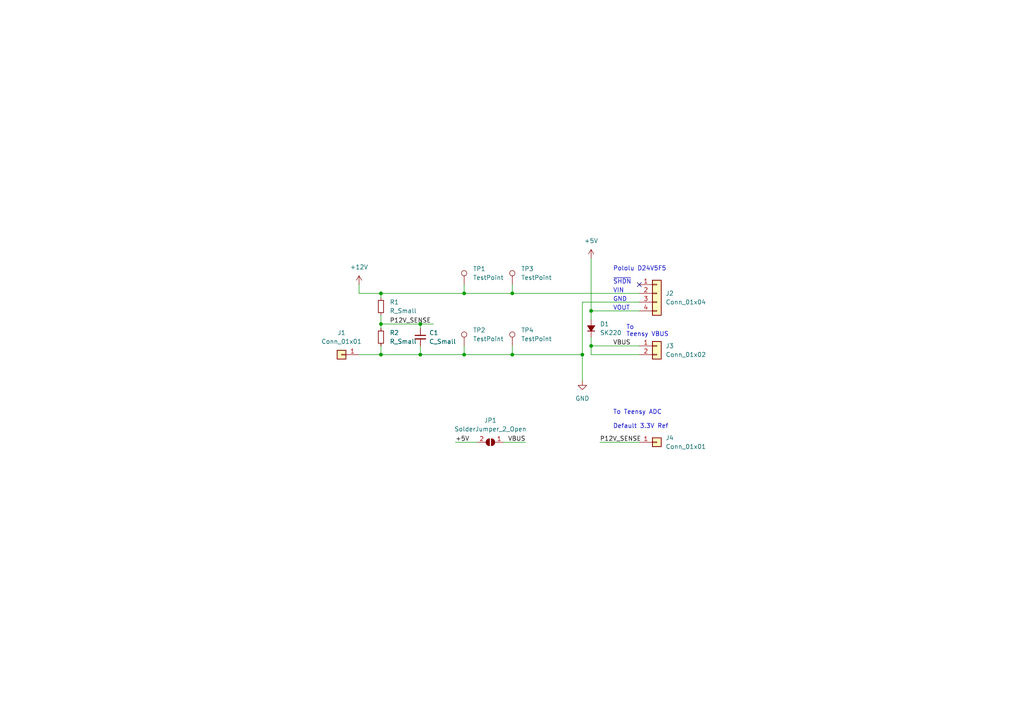
<source format=kicad_sch>
(kicad_sch (version 20211123) (generator eeschema)
  (paper "A4")
  (lib_symbols
    (symbol "Connector:TestPoint" (pin_numbers hide) (pin_names (offset 0.762) hide)
      (property "Reference" "TP" (at 0 6.858 0))
      (property "Value" "TestPoint" (at 0 5.08 0))
      (symbol "TestPoint_0_1"
        (circle (center 0 3.302) (radius 0.762))
      )
      (symbol "TestPoint_1_1"
        (pin passive line (at 0 0 90) (length 2.54) (name "1") (number "1"))
      )
    )
    (symbol "Connector_Generic:Conn_01x01" (pin_names (offset 1.016) hide)
      (property "Reference" "J" (at 0 2.54 0))
      (property "Value" "Conn_01x01" (at 0 -2.54 0))
      (symbol "Conn_01x01_1_1"
        (rectangle (start -1.27 0.127) (end 0 -0.127) (stroke (width 0.1524)))
        (rectangle (start -1.27 1.27) (end 1.27 -1.27) (stroke (width 0.254)) (fill (type background)))
        (pin passive line (at -5.08 0 0) (length 3.81) (name "Pin_1") (number "1"))
      )
    )
    (symbol "Connector_Generic:Conn_01x02" (pin_names (offset 1.016) hide)
      (property "Reference" "J" (at 0 2.54 0))
      (property "Value" "Conn_01x02" (at 0 -5.08 0))
      (symbol "Conn_01x02_1_1"
        (rectangle (start -1.27 -2.413) (end 0 -2.667) (stroke (width 0.1524)))
        (rectangle (start -1.27 0.127) (end 0 -0.127) (stroke (width 0.1524)))
        (rectangle (start -1.27 1.27) (end 1.27 -3.81) (stroke (width 0.254)) (fill (type background)))
        (pin passive line (at -5.08 0 0) (length 3.81) (name "Pin_1") (number "1"))
        (pin passive line (at -5.08 -2.54 0) (length 3.81) (name "Pin_2") (number "2"))
      )
    )
    (symbol "Connector_Generic:Conn_01x04" (pin_names (offset 1.016) hide)
      (property "Reference" "J" (at 0 5.08 0))
      (property "Value" "Conn_01x04" (at 0 -7.62 0))
      (symbol "Conn_01x04_1_1"
        (rectangle (start -1.27 -4.953) (end 0 -5.207) (stroke (width 0.1524)))
        (rectangle (start -1.27 -2.413) (end 0 -2.667) (stroke (width 0.1524)))
        (rectangle (start -1.27 0.127) (end 0 -0.127) (stroke (width 0.1524)))
        (rectangle (start -1.27 2.667) (end 0 2.413) (stroke (width 0.1524)))
        (rectangle (start -1.27 3.81) (end 1.27 -6.35) (stroke (width 0.254)) (fill (type background)))
        (pin passive line (at -5.08 2.54 0) (length 3.81) (name "Pin_1") (number "1"))
        (pin passive line (at -5.08 0 0) (length 3.81) (name "Pin_2") (number "2"))
        (pin passive line (at -5.08 -2.54 0) (length 3.81) (name "Pin_3") (number "3"))
        (pin passive line (at -5.08 -5.08 0) (length 3.81) (name "Pin_4") (number "4"))
      )
    )
    (symbol "Device:C_Small" (pin_numbers hide) (pin_names (offset 0.254) hide)
      (property "Reference" "C" (at 0.254 1.778 0))
      (property "Value" "C_Small" (at 0.254 -2.032 0))
      (symbol "C_Small_0_1"
        (polyline (pts (xy -1.524 -0.508) (xy 1.524 -0.508)) (stroke (width 0.3302)))
        (polyline (pts (xy -1.524 0.508) (xy 1.524 0.508)) (stroke (width 0.3048)))
      )
      (symbol "C_Small_1_1"
        (pin passive line (at 0 2.54 270) (length 2.032) (name "~") (number "1"))
        (pin passive line (at 0 -2.54 90) (length 2.032) (name "~") (number "2"))
      )
    )
    (symbol "Device:D_Small_Filled" (pin_numbers hide) (pin_names (offset 0.254) hide)
      (property "Reference" "D" (at -1.27 2.032 0))
      (property "Value" "D_Small_Filled" (at -3.81 -2.032 0))
      (symbol "D_Small_Filled_0_1"
        (polyline (pts (xy -0.762 -1.016) (xy -0.762 1.016)) (stroke (width 0.254)))
        (polyline (pts (xy -0.762 0) (xy 0.762 0)))
        (polyline (pts (xy 0.762 -1.016) (xy -0.762 0) (xy 0.762 1.016) (xy 0.762 -1.016)) (stroke (width 0.254)) (fill (type outline)))
      )
      (symbol "D_Small_Filled_1_1"
        (pin passive line (at -2.54 0 0) (length 1.778) (name "K") (number "1"))
        (pin passive line (at 2.54 0 180) (length 1.778) (name "A") (number "2"))
      )
    )
    (symbol "Device:R_Small" (pin_numbers hide) (pin_names (offset 0.254) hide)
      (property "Reference" "R" (at 0.762 0.508 0))
      (property "Value" "R_Small" (at 0.762 -1.016 0))
      (symbol "R_Small_0_1"
        (rectangle (start -0.762 1.778) (end 0.762 -1.778) (stroke (width 0.2032)))
      )
      (symbol "R_Small_1_1"
        (pin passive line (at 0 2.54 270) (length 0.762) (name "~") (number "1"))
        (pin passive line (at 0 -2.54 90) (length 0.762) (name "~") (number "2"))
      )
    )
    (symbol "Jumper:SolderJumper_2_Open" (pin_names (offset 0) hide)
      (property "Reference" "JP" (at 0 2.032 0))
      (property "Value" "SolderJumper_2_Open" (at 0 -2.54 0))
      (symbol "SolderJumper_2_Open_0_1"
        (arc (start -0.254 1.016) (mid -1.27 0) (end -0.254 -1.016))
        (arc (start -0.254 1.016) (mid -1.27 0) (end -0.254 -1.016) (fill (type outline)))
        (polyline (pts (xy -0.254 1.016) (xy -0.254 -1.016)))
        (polyline (pts (xy 0.254 1.016) (xy 0.254 -1.016)))
        (arc (start 0.254 -1.016) (mid 1.27 0) (end 0.254 1.016))
        (arc (start 0.254 -1.016) (mid 1.27 0) (end 0.254 1.016) (fill (type outline)))
      )
      (symbol "SolderJumper_2_Open_1_1"
        (pin passive line (at -3.81 0 0) (length 2.54) (name "A") (number "1"))
        (pin passive line (at 3.81 0 180) (length 2.54) (name "B") (number "2"))
      )
    )
    (symbol "power:+12V" (power) (pin_names (offset 0))
      (property "Value" "+12V" (at 0 3.556 0))
      (symbol "+12V_0_1"
        (polyline (pts (xy -0.762 1.27) (xy 0 2.54)))
        (polyline (pts (xy 0 0) (xy 0 2.54)))
        (polyline (pts (xy 0 2.54) (xy 0.762 1.27)))
      )
      (symbol "+12V_1_1"
        (pin power_in line (at 0 0 90) (length 0) hide (name "+12V") (number "1"))
      )
    )
    (symbol "power:+5V" (power) (pin_names (offset 0))
      (property "Value" "+5V" (at 0 3.556 0))
      (symbol "+5V_0_1"
        (polyline (pts (xy -0.762 1.27) (xy 0 2.54)))
        (polyline (pts (xy 0 0) (xy 0 2.54)))
        (polyline (pts (xy 0 2.54) (xy 0.762 1.27)))
      )
      (symbol "+5V_1_1"
        (pin power_in line (at 0 0 90) (length 0) hide (name "+5V") (number "1"))
      )
    )
    (symbol "power:GND" (power) (pin_names (offset 0))
      (property "Value" "GND" (at 0 -3.81 0))
      (symbol "GND_0_1"
        (polyline (pts (xy 0 0) (xy 0 -1.27) (xy 1.27 -1.27) (xy 0 -2.54) (xy -1.27 -1.27) (xy 0 -1.27)))
      )
      (symbol "GND_1_1"
        (pin power_in line (at 0 0 270) (length 0) hide (name "GND") (number "1"))
      )
    )
  )
  (junction (at 110.49 102.87))
  (junction (at 171.45 100.33))
  (junction (at 148.59 102.87))
  (junction (at 171.45 90.17))
  (junction (at 121.92 93.98))
  (junction (at 134.62 102.87))
  (junction (at 110.49 93.98))
  (junction (at 134.62 85.09))
  (junction (at 110.49 85.09))
  (junction (at 168.91 102.87))
  (junction (at 121.92 102.87))
  (junction (at 148.59 85.09))
  (no_connect (at 185.42 82.55))
  (wire (pts (xy 171.45 90.17) (xy 185.42 90.17)))
  (wire (pts (xy 148.59 85.09) (xy 185.42 85.09)))
  (wire (pts (xy 148.59 102.87) (xy 148.59 100.33)))
  (wire (pts (xy 134.62 85.09) (xy 148.59 85.09)))
  (wire (pts (xy 134.62 102.87) (xy 148.59 102.87)))
  (wire (pts (xy 168.91 87.63) (xy 185.42 87.63)))
  (wire (pts (xy 104.14 82.55) (xy 104.14 85.09)))
  (wire (pts (xy 104.14 102.87) (xy 110.49 102.87)))
  (wire (pts (xy 168.91 87.63) (xy 168.91 102.87)))
  (wire (pts (xy 171.45 74.93) (xy 171.45 90.17)))
  (wire (pts (xy 171.45 100.33) (xy 171.45 102.87)))
  (wire (pts (xy 146.05 128.27) (xy 152.4 128.27)))
  (wire (pts (xy 171.45 90.17) (xy 171.45 92.71)))
  (wire (pts (xy 110.49 85.09) (xy 134.62 85.09)))
  (wire (pts (xy 148.59 102.87) (xy 168.91 102.87)))
  (wire (pts (xy 173.99 128.27) (xy 185.42 128.27)))
  (wire (pts (xy 171.45 102.87) (xy 185.42 102.87)))
  (wire (pts (xy 121.92 93.98) (xy 125.73 93.98)))
  (wire (pts (xy 148.59 82.55) (xy 148.59 85.09)))
  (wire (pts (xy 171.45 97.79) (xy 171.45 100.33)))
  (wire (pts (xy 132.08 128.27) (xy 138.43 128.27)))
  (wire (pts (xy 121.92 93.98) (xy 121.92 95.25)))
  (wire (pts (xy 134.62 82.55) (xy 134.62 85.09)))
  (wire (pts (xy 110.49 85.09) (xy 110.49 86.36)))
  (wire (pts (xy 121.92 102.87) (xy 134.62 102.87)))
  (wire (pts (xy 134.62 100.33) (xy 134.62 102.87)))
  (wire (pts (xy 110.49 93.98) (xy 110.49 95.25)))
  (wire (pts (xy 171.45 100.33) (xy 185.42 100.33)))
  (wire (pts (xy 110.49 100.33) (xy 110.49 102.87)))
  (wire (pts (xy 121.92 100.33) (xy 121.92 102.87)))
  (wire (pts (xy 110.49 91.44) (xy 110.49 93.98)))
  (wire (pts (xy 110.49 102.87) (xy 121.92 102.87)))
  (wire (pts (xy 110.49 93.98) (xy 121.92 93.98)))
  (wire (pts (xy 104.14 85.09) (xy 110.49 85.09)))
  (wire (pts (xy 168.91 102.87) (xy 168.91 110.49)))
  (text "Pololu D24V5F5" (at 177.8 78.74 0) (effects (font (size 1.27 1.27)) (justify left bottom)))
  (text "~{SHDN}" (at 177.8 82.55 0) (effects (font (size 1.27 1.27)) (justify left bottom)))
  (text "To \nTeensy VBUS" (at 181.61 97.79 0) (effects (font (size 1.27 1.27)) (justify left bottom)))
  (text "To Teensy ADC\n\nDefault 3.3V Ref" (at 177.8 124.46 0) (effects (font (size 1.27 1.27)) (justify left bottom)))
  (text "VIN" (at 177.8 85.09 0) (effects (font (size 1.27 1.27)) (justify left bottom)))
  (text "GND" (at 177.8 87.63 0) (effects (font (size 1.27 1.27)) (justify left bottom)))
  (text "VOUT" (at 177.8 90.17 0) (effects (font (size 1.27 1.27)) (justify left bottom)))
  (label "P12V_SENSE" (at 113.03 93.98 0))
  (label "+5V" (at 132.08 128.27 0))
  (label "P12V_SENSE" (at 173.99 128.27 0))
  (label "VBUS" (at 147.32 128.27 0))
  (label "VBUS" (at 177.8 100.33 0))
  (symbol (lib_id "Jumper:SolderJumper_2_Open") (at 142.24 128.27 180) (unit 1)
    (property "Reference" "JP1" (at 142.24 121.92 0))
    (property "Value" "SolderJumper_2_Open" (at 142.24 124.46 0))
    (property "Footprint" "Jumper:SolderJumper-2_P1.3mm_Open_TrianglePad1.0x1.5mm" (effects hide))
  )
  (symbol (lib_id "Connector_Generic:Conn_01x01") (at 99.06 102.87 180) (unit 1)
    (property "Reference" "J1" (at 99.06 96.52 0))
    (property "Value" "Conn_01x01" (at 99.06 99.06 0))
    (property "Footprint" "Connector_PinHeader_2.54mm:PinHeader_1x01_P2.54mm_Vertical" (effects hide))
  )
  (symbol (lib_id "power:+12V") (at 104.14 82.55 0) (unit 1)
    (property "Reference" "#PWR0103" (effects hide))
    (property "Value" "+12V" (at 104.14 77.47 0))
  )
  (symbol (lib_id "Connector:TestPoint") (at 134.62 100.33 0) (unit 1)
    (property "Reference" "TP2" (at 137.16 95.7579 0) (effects (justify left)))
    (property "Value" "TestPoint" (at 137.16 98.2979 0) (effects (justify left)))
    (property "Footprint" "TestPoint:TestPoint_Keystone_5019_Minature" (effects hide))
  )
  (symbol (lib_id "Connector_Generic:Conn_01x04") (at 190.5 85.09 0) (unit 1)
    (property "Reference" "J2" (at 193.04 85.0899 0) (effects (justify left)))
    (property "Value" "Conn_01x04" (at 193.04 87.6299 0) (effects (justify left)))
    (property "Footprint" "Connector_PinHeader_2.54mm:PinHeader_1x04_P2.54mm_Vertical" (effects hide))
  )
  (symbol (lib_id "Connector_Generic:Conn_01x02") (at 190.5 100.33 0) (unit 1)
    (property "Reference" "J3" (at 193.04 100.3299 0) (effects (justify left)))
    (property "Value" "Conn_01x02" (at 193.04 102.8699 0) (effects (justify left)))
    (property "Footprint" "Connector_PinHeader_2.54mm:PinHeader_1x02_P2.54mm_Vertical" (effects hide))
  )
  (symbol (lib_id "Connector_Generic:Conn_01x01") (at 190.5 128.27 0) (unit 1)
    (property "Reference" "J4" (at 193.04 126.9999 0) (effects (justify left)))
    (property "Value" "Conn_01x01" (at 193.04 129.5399 0) (effects (justify left)))
    (property "Footprint" "Connector_PinHeader_2.54mm:PinHeader_1x01_P2.54mm_Vertical" (effects hide))
  )
  (symbol (lib_id "Device:R_Small") (at 110.49 88.9 0) (unit 1)
    (property "Reference" "R1" (at 113.03 87.6299 0) (effects (justify left)))
    (property "Value" "R_Small" (at 113.03 90.1699 0) (effects (justify left)))
    (property "Footprint" "Resistor_SMD:R_0805_2012Metric" (effects hide))
  )
  (symbol (lib_id "Connector:TestPoint") (at 134.62 82.55 0) (unit 1)
    (property "Reference" "TP1" (at 137.16 77.9779 0) (effects (justify left)))
    (property "Value" "TestPoint" (at 137.16 80.5179 0) (effects (justify left)))
    (property "Footprint" "TestPoint:TestPoint_Keystone_5019_Minature" (effects hide))
  )
  (symbol (lib_id "Device:R_Small") (at 110.49 97.79 0) (unit 1)
    (property "Reference" "R2" (at 113.03 96.5199 0) (effects (justify left)))
    (property "Value" "R_Small" (at 113.03 99.0599 0) (effects (justify left)))
    (property "Footprint" "Resistor_SMD:R_0805_2012Metric" (effects hide))
  )
  (symbol (lib_id "power:+5V") (at 171.45 74.93 0) (unit 1)
    (property "Reference" "#PWR0101" (effects hide))
    (property "Value" "+5V" (at 171.45 69.85 0))
  )
  (symbol (lib_id "power:GND") (at 168.91 110.49 0) (unit 1)
    (property "Reference" "#PWR0102" (effects hide))
    (property "Value" "GND" (at 168.91 115.57 0))
  )
  (symbol (lib_id "Connector:TestPoint") (at 148.59 82.55 0) (unit 1)
    (property "Reference" "TP3" (at 151.13 77.9779 0) (effects (justify left)))
    (property "Value" "TestPoint" (at 151.13 80.5179 0) (effects (justify left)))
    (property "Footprint" "TestPoint:TestPoint_Keystone_5019_Minature" (effects hide))
  )
  (symbol (lib_id "Connector:TestPoint") (at 148.59 100.33 0) (unit 1)
    (property "Reference" "TP4" (at 151.13 95.7579 0) (effects (justify left)))
    (property "Value" "TestPoint" (at 151.13 98.2979 0) (effects (justify left)))
    (property "Footprint" "TestPoint:TestPoint_Keystone_5019_Minature" (effects hide))
  )
  (symbol (lib_id "Device:D_Small_Filled") (at 171.45 95.25 90) (unit 1)
    (property "Reference" "D1" (at 173.99 93.9799 90) (effects (justify right)))
    (property "Value" "SK220" (at 173.99 96.5199 90) (effects (justify right)))
    (property "Footprint" "Diode_SMD:D_SMA" (effects hide))
  )
  (symbol (lib_id "Device:C_Small") (at 121.92 97.79 0) (unit 1)
    (property "Reference" "C1" (at 124.46 96.5262 0) (effects (justify left)))
    (property "Value" "C_Small" (at 124.46 99.0662 0) (effects (justify left)))
    (property "Footprint" "Capacitor_SMD:C_0805_2012Metric" (effects hide))
  )
)
</source>
